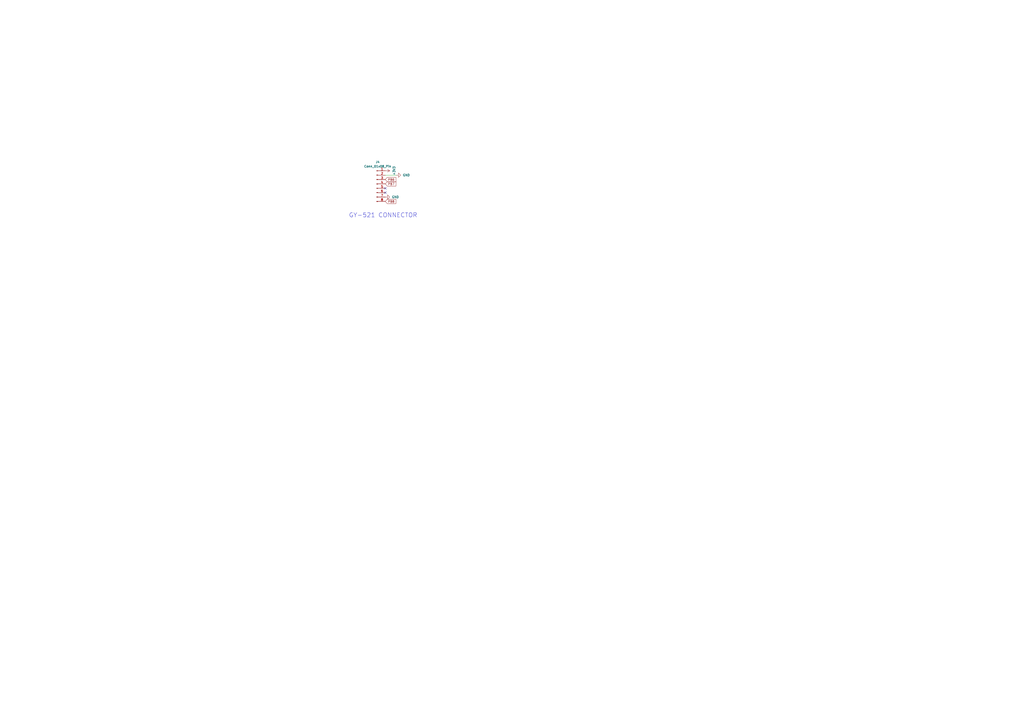
<source format=kicad_sch>
(kicad_sch (version 20250114) (generator "eeschema") (generator_version "9.0")
  (paper "A2")
  (lib_symbols
    (symbol "Connector:Conn_01x08_Pin" (pin_names (offset 1.016) (hide yes))
      (property "Reference" "J" (at 0 10.16 0))
      (property "Value" "Conn_01x08_Pin" (at 0 -12.7 0))
      (symbol "Conn_01x08_Pin_1_1"
        (rectangle (start 0.8636 7.747) (end 0 7.493) (stroke (width 0.1524)) (fill (type outline)))
        (rectangle (start 0.8636 5.207) (end 0 4.953) (stroke (width 0.1524)) (fill (type outline)))
        (rectangle (start 0.8636 2.667) (end 0 2.413) (stroke (width 0.1524)) (fill (type outline)))
        (rectangle (start 0.8636 0.127) (end 0 -0.127) (stroke (width 0.1524)) (fill (type outline)))
        (rectangle (start 0.8636 -2.413) (end 0 -2.667) (stroke (width 0.1524)) (fill (type outline)))
        (rectangle (start 0.8636 -4.953) (end 0 -5.207) (stroke (width 0.1524)) (fill (type outline)))
        (rectangle (start 0.8636 -7.493) (end 0 -7.747) (stroke (width 0.1524)) (fill (type outline)))
        (rectangle (start 0.8636 -10.033) (end 0 -10.287) (stroke (width 0.1524)) (fill (type outline)))
        (polyline (pts (xy 1.27 7.62) (xy 0.8636 7.62)) (stroke (width 0.1524)))
        (polyline (pts (xy 1.27 5.08) (xy 0.8636 5.08)) (stroke (width 0.1524)))
        (polyline (pts (xy 1.27 2.54) (xy 0.8636 2.54)) (stroke (width 0.1524)))
        (polyline (pts (xy 1.27 0) (xy 0.8636 0)) (stroke (width 0.1524)))
        (polyline (pts (xy 1.27 -2.54) (xy 0.8636 -2.54)) (stroke (width 0.1524)))
        (polyline (pts (xy 1.27 -5.08) (xy 0.8636 -5.08)) (stroke (width 0.1524)))
        (polyline (pts (xy 1.27 -7.62) (xy 0.8636 -7.62)) (stroke (width 0.1524)))
        (polyline (pts (xy 1.27 -10.16) (xy 0.8636 -10.16)) (stroke (width 0.1524)))
        (pin passive line (at 5.08 7.62 180) (length 3.81) (name "Pin_1") (number "1"))
        (pin passive line (at 5.08 5.08 180) (length 3.81) (name "Pin_2") (number "2"))
        (pin passive line (at 5.08 2.54 180) (length 3.81) (name "Pin_3") (number "3"))
        (pin passive line (at 5.08 0 180) (length 3.81) (name "Pin_4") (number "4"))
        (pin passive line (at 5.08 -2.54 180) (length 3.81) (name "Pin_5") (number "5"))
        (pin passive line (at 5.08 -5.08 180) (length 3.81) (name "Pin_6") (number "6"))
        (pin passive line (at 5.08 -7.62 180) (length 3.81) (name "Pin_7") (number "7"))
        (pin passive line (at 5.08 -10.16 180) (length 3.81) (name "Pin_8") (number "8"))
      )
    )
    (symbol "power:+3V3" (power) (pin_numbers (hide yes)) (pin_names (offset 0) (hide yes))
      (property "Value" "+3V3" (at 0 3.556 0))
      (symbol "+3V3_0_1"
        (polyline (pts (xy -0.762 1.27) (xy 0 2.54)))
        (polyline (pts (xy 0 2.54) (xy 0.762 1.27)))
        (polyline (pts (xy 0 0) (xy 0 2.54)))
      )
      (symbol "+3V3_1_1"
        (pin power_in line (at 0 0 90) (length 0) (name "~") (number "1"))
      )
    )
    (symbol "power:GND" (power) (pin_numbers (hide yes)) (pin_names (offset 0) (hide yes))
      (property "Value" "GND" (at 0 -3.81 0))
      (symbol "GND_0_1"
        (polyline (pts (xy 0 0) (xy 0 -1.27) (xy 1.27 -1.27) (xy 0 -2.54) (xy -1.27 -1.27) (xy 0 -1.27)))
      )
      (symbol "GND_1_1"
        (pin power_in line (at 0 0 270) (length 0) (name "~") (number "1"))
      )
    )
  )
  (text "GY-521 CONNECTOR" (at 222.25 124.968 0) (effects (font (size 2.54 2.54))))
  (no_connect (at 223.52 109.22))
  (no_connect (at 223.52 111.76))
  (wire (pts (xy 223.52 101.6) (xy 229.87 101.6)))
  (global_label "PB8" (shape input) (at 223.52 116.84 0) (property "Intersheetrefs" "${INTERSHEET_REFS}" (effects (hide yes))))
  (global_label "PB6" (shape input) (at 223.52 104.14 0) (property "Intersheetrefs" "${INTERSHEET_REFS}" (effects (hide yes))))
  (global_label "PB7" (shape input) (at 223.52 106.68 0) (property "Intersheetrefs" "${INTERSHEET_REFS}" (effects (hide yes))))
  (symbol (lib_id "power:+3V3") (at 223.52 99.06 270) (unit 1)
    (property "Reference" "#PWR01" (effects (hide yes)))
    (property "Value" "+3V3" (at 228.6 99.06 0))
    (property "Description" "Power symbol creates a global label with name \"+3V3\"" (effects (hide yes)))
  )
  (symbol (lib_id "power:GND") (at 229.87 101.6 90) (unit 1)
    (property "Reference" "#PWR014" (effects (hide yes)))
    (property "Value" "GND" (at 233.68 101.5999 90) (effects (justify right)))
    (property "Description" "Power symbol creates a global label with name \"GND\" , ground" (effects (hide yes)))
  )
  (symbol (lib_id "power:GND") (at 223.52 114.3 90) (unit 1)
    (property "Reference" "#PWR04" (effects (hide yes)))
    (property "Value" "GND" (at 227.33 114.2999 90) (effects (justify right)))
    (property "Description" "Power symbol creates a global label with name \"GND\" , ground" (effects (hide yes)))
  )
  (symbol (lib_id "Connector:Conn_01x08_Pin") (at 218.44 106.68 0) (unit 1)
    (property "Reference" "J4" (at 219.075 93.98 0))
    (property "Value" "Conn_01x08_Pin" (at 219.075 96.52 0))
    (property "Footprint" "Connector_PinHeader_2.54mm:PinHeader_1x08_P2.54mm_Vertical" (effects (hide yes)))
    (property "Datasheet" "kicad-embed://61300811821.pdf" (effects (hide yes)))
    (property "Description" "Generic connector, single row, 01x08, script generated" (effects (hide yes)))
  )
)
</source>
